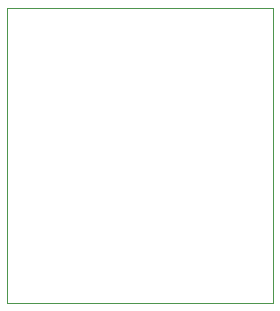
<source format=gbr>
G04 #@! TF.FileFunction,Profile,NP*
%FSLAX46Y46*%
G04 Gerber Fmt 4.6, Leading zero omitted, Abs format (unit mm)*
G04 Created by KiCad (PCBNEW (after 2015-may-25 BZR unknown)-product) date Wed 03 Jun 2015 02:58:06 PM PDT*
%MOMM*%
G01*
G04 APERTURE LIST*
%ADD10C,0.100000*%
G04 APERTURE END LIST*
D10*
X160000000Y-86957000D02*
X137500000Y-86957000D01*
X160000000Y-111957000D02*
X160000000Y-86957000D01*
X137500000Y-111957000D02*
X160000000Y-111957000D01*
X137500000Y-86957000D02*
X137500000Y-111957000D01*
M02*

</source>
